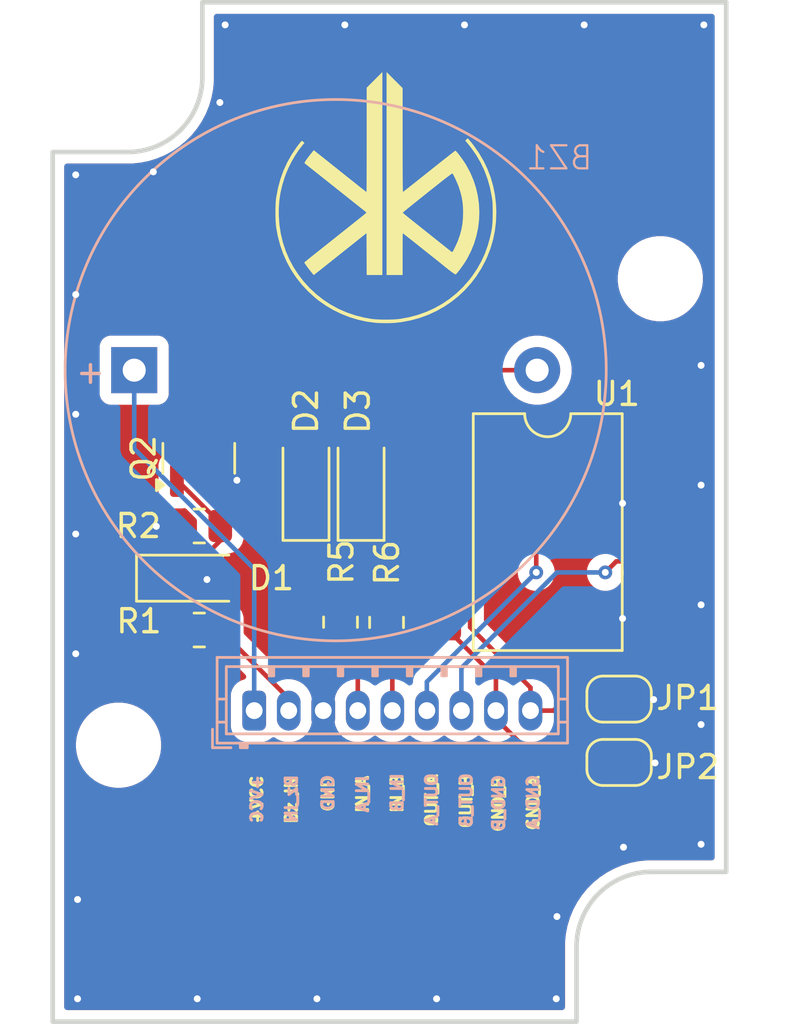
<source format=kicad_pcb>
(kicad_pcb (version 20241229) (generator "pcbnew") (generator_version "9.0")
  (layers (0 "F.Cu" signal) (2 "B.Cu" signal) (13 "F.Paste" user) (15 "B.Paste" user) (5 "F.SilkS" user "F.Silkscreen") (7 "B.SilkS" user "B.Silkscreen") (1 "F.Mask" user) (3 "B.Mask" user) (25 "Edge.Cuts" user))
  (net 0 "")
  (net 1 "Net-(BZ1--)")
  (net 2 "VCC")
  (net 3 "Net-(D1-K)")
  (net 4 "GND")
  (net 5 "Net-(D2-K)")
  (net 6 "Net-(D2-A)")
  (net 7 "Net-(D3-A)")
  (net 8 "Net-(D3-K)")
  (net 9 "/IN_A")
  (net 10 "/IN_B")
  (net 11 "GND1")
  (net 12 "GND2")
  (net 13 "/OUT_A")
  (net 14 "/OUT_B")
  (net 15 "/Buzzer_IN")
  (footprint "Resistor_SMD:R_0805_2012Metric" (layer "F.Cu") (at 46.615 70.25 180)
    (property "Reference" "R1" (at 2.62 0.38 0) (layer "F.SilkS"))
    (property "Value" "1K")
    (fp_line (start -0.227064 0.735) (end 0.227064 0.735) (stroke (width 0.12)) (layer "F.SilkS"))
    (fp_line (start -0.227064 -0.735) (end 0.227064 -0.735) (stroke (width 0.12)) (layer "F.SilkS"))
    (pad "1" smd roundrect (at -0.9125 0 180) (size 1.025 1.4) (layers "F.Cu" "F.Mask" "F.Paste") (roundrect_rratio 0.243902) (net 15 "/Buzzer_IN"))
    (pad "2" smd roundrect (at 0.9125 0 180) (size 1.025 1.4) (layers "F.Cu" "F.Mask" "F.Paste") (roundrect_rratio 0.243902) (net 3 "Net-(D1-K)"))
  )
  (footprint "Jumper:SolderJumper-2_P1.3mm_Open_RoundedPad1.0x1.5mm" (layer "F.Cu") (at 64.85 73.25)
    (property "Reference" "JP1" (at 2.98 -0.05 0) (layer "F.SilkS"))
    (property "Value" "SolderJumper_2_Open")
    (fp_line (start -1.4 0.3) (end -1.4 -0.3) (stroke (width 0.12)) (layer "F.SilkS"))
    (fp_line (start -0.7 -1) (end 0.7 -1) (stroke (width 0.12)) (layer "F.SilkS"))
    (fp_line (start 0.7 1) (end -0.7 1) (stroke (width 0.12)) (layer "F.SilkS"))
    (fp_line (start 1.4 -0.3) (end 1.4 0.3) (stroke (width 0.12)) (layer "F.SilkS"))
    (fp_arc (start -1.4 -0.3) (mid -1.194975 -0.794975) (end -0.7 -1) (stroke (width 0.12)) (layer "F.SilkS"))
    (fp_arc (start -0.7 1) (mid -1.194975 0.794975) (end -1.4 0.3) (stroke (width 0.12)) (layer "F.SilkS"))
    (fp_arc (start 0.7 -1) (mid 1.194975 -0.794975) (end 1.4 -0.3) (stroke (width 0.12)) (layer "F.SilkS"))
    (fp_arc (start 1.4 0.3) (mid 1.194975 0.794975) (end 0.7 1) (stroke (width 0.12)) (layer "F.SilkS"))
    (pad "1" smd custom (at -0.65 0) (size 1 0.5) (layers "F.Cu" "F.Mask") (net 11 "GND1") (options (clearance outline) (anchor rect)) (primitives (gr_circle (center 0 0.25) (end 0.5 0.25) (width 0) (fill yes)) (gr_circle (center 0 -0.25) (end 0.5 -0.25) (width 0) (fill yes)) (gr_poly (pts (xy 0.5 0.75) (xy 0 0.75) (xy 0 -0.75) (xy 0.5 -0.75)) (width 0) (fill yes))))
    (pad "2" smd custom (at 0.65 0) (size 1 0.5) (layers "F.Cu" "F.Mask") (net 4 "GND") (options (clearance outline) (anchor rect)) (primitives (gr_circle (center 0 0.25) (end 0.5 0.25) (width 0) (fill yes)) (gr_circle (center 0 -0.25) (end 0.5 -0.25) (width 0) (fill yes)) (gr_poly (pts (xy 0 0.75) (xy -0.5 0.75) (xy -0.5 -0.75) (xy 0 -0.75)) (width 0) (fill yes))))
  )
  (footprint "MountingHole:MountingHole_3.2mm_M3" (layer "F.Cu") (at 43.11 75.25)
    (property "Reference" "H2" (hide yes))
    (property "Value" "MountingHole")
    (pad "" np_thru_hole circle (at 0 0) (size 3.2 3.2) (drill 3.2) (layers "*.Cu" "*.Mask"))
  )
  (footprint "MountingHole:MountingHole_3.2mm_M3" (layer "F.Cu") (at 66.64 55)
    (property "Reference" "H1" (hide yes))
    (property "Value" "MountingHole")
    (pad "" np_thru_hole circle (at 0 0) (size 3.2 3.2) (drill 3.2) (layers "*.Cu" "*.Mask"))
  )
  (footprint "Diode_SMD:D_SOD-123" (layer "F.Cu") (at 53.6425 64 90)
    (property "Reference" "D3" (at 3.25 -0.1425 90) (layer "F.SilkS"))
    (property "Value" "MMSZ4684-TP")
    (fp_line (start -2.36 -1) (end 1.65 -1) (stroke (width 0.12)) (layer "F.SilkS"))
    (fp_line (start -2.36 -1) (end -2.36 1) (stroke (width 0.12)) (layer "F.SilkS"))
    (fp_line (start -2.36 1) (end 1.65 1) (stroke (width 0.12)) (layer "F.SilkS"))
    (pad "1" smd roundrect (at -1.65 0 90) (size 0.9 1.2) (layers "F.Cu" "F.Mask" "F.Paste") (net 8 "Net-(D3-K)"))
    (pad "2" smd roundrect (at 1.65 0 90) (size 0.9 1.2) (layers "F.Cu" "F.Mask" "F.Paste") (net 7 "Net-(D3-A)"))
  )
  (footprint "Diode_SMD:D_SOD-123" (layer "F.Cu") (at 51.25 64 90)
    (property "Reference" "D2" (at 3.25 0 90) (layer "F.SilkS"))
    (property "Value" "MMSZ4684-TP")
    (fp_line (start -2.36 -1) (end 1.65 -1) (stroke (width 0.12)) (layer "F.SilkS"))
    (fp_line (start -2.36 -1) (end -2.36 1) (stroke (width 0.12)) (layer "F.SilkS"))
    (fp_line (start -2.36 1) (end 1.65 1) (stroke (width 0.12)) (layer "F.SilkS"))
    (pad "1" smd roundrect (at -1.65 0 90) (size 0.9 1.2) (layers "F.Cu" "F.Mask" "F.Paste") (net 5 "Net-(D2-K)"))
    (pad "2" smd roundrect (at 1.65 0 90) (size 0.9 1.2) (layers "F.Cu" "F.Mask" "F.Paste") (net 6 "Net-(D2-A)"))
  )
  (footprint "Package_TO_SOT_SMD:SOT-23" (layer "F.Cu") (at 46.595 62.797543 90)
    (property "Reference" "Q2" (at 0 -2.4 90) (layer "F.SilkS"))
    (property "Value" "MMBT6427")
    (fp_line (start 0 -1.56) (end 0.65 -1.56) (stroke (width 0.12)) (layer "F.SilkS"))
    (fp_line (start 0 -1.56) (end -0.65 -1.56) (stroke (width 0.12)) (layer "F.SilkS"))
    (fp_line (start 0 1.56) (end 0.65 1.56) (stroke (width 0.12)) (layer "F.SilkS"))
    (fp_line (start 0 1.56) (end -0.65 1.56) (stroke (width 0.12)) (layer "F.SilkS"))
    (fp_poly (pts (xy -1.1625 -1.51) (xy -1.4025 -1.84) (xy -0.9225 -1.84) (xy -1.1625 -1.51)) (stroke (width 0.12)) (fill yes) (layer "F.SilkS"))
    (pad "1" smd roundrect (at -0.9375 -0.95 90) (size 1.475 0.6) (layers "F.Cu" "F.Mask" "F.Paste") (net 3 "Net-(D1-K)"))
    (pad "2" smd roundrect (at -0.9375 0.95 90) (size 1.475 0.6) (layers "F.Cu" "F.Mask" "F.Paste") (net 4 "GND"))
    (pad "3" smd roundrect (at 0.9375 0 90) (size 1.475 0.6) (layers "F.Cu" "F.Mask" "F.Paste") (net 1 "Net-(BZ1--)"))
  )
  (footprint "Resistor_SMD:R_0805_2012Metric" (layer "F.Cu") (at 54.75 69.92 -90)
    (property "Reference" "R6" (at -2.59 -0.02 90) (layer "F.SilkS"))
    (property "Value" "4.7K")
    (fp_line (start -0.227064 0.735) (end 0.227064 0.735) (stroke (width 0.12)) (layer "F.SilkS"))
    (fp_line (start -0.227064 -0.735) (end 0.227064 -0.735) (stroke (width 0.12)) (layer "F.SilkS"))
    (pad "1" smd roundrect (at -0.9125 0 270) (size 1.025 1.4) (layers "F.Cu" "F.Mask" "F.Paste") (roundrect_rratio 0.243902) (net 8 "Net-(D3-K)"))
    (pad "2" smd roundrect (at 0.9125 0 270) (size 1.025 1.4) (layers "F.Cu" "F.Mask" "F.Paste") (roundrect_rratio 0.243902) (net 10 "/IN_B"))
  )
  (footprint "Resistor_SMD:R_0805_2012Metric" (layer "F.Cu") (at 52.75 69.91 -90)
    (property "Reference" "R5" (at -2.61 -0.04 90) (layer "F.SilkS"))
    (property "Value" "4.7K")
    (fp_line (start -0.227064 0.735) (end 0.227064 0.735) (stroke (width 0.12)) (layer "F.SilkS"))
    (fp_line (start -0.227064 -0.735) (end 0.227064 -0.735) (stroke (width 0.12)) (layer "F.SilkS"))
    (pad "1" smd roundrect (at -0.9125 0 270) (size 1.025 1.4) (layers "F.Cu" "F.Mask" "F.Paste") (roundrect_rratio 0.243902) (net 5 "Net-(D2-K)"))
    (pad "2" smd roundrect (at 0.9125 0 270) (size 1.025 1.4) (layers "F.Cu" "F.Mask" "F.Paste") (roundrect_rratio 0.243902) (net 9 "/IN_A"))
  )
  (footprint "Package_DIP:SMDIP-8_W9.53mm" (layer "F.Cu") (at 61.75 66)
    (property "Reference" "U1" (at 3 -6 0) (layer "F.SilkS"))
    (property "Value" "LTV-827S")
    (fp_line (start -3.235 -5.14) (end -3.235 5.14) (stroke (width 0.12)) (layer "F.SilkS"))
    (fp_line (start -3.235 5.14) (end 3.235 5.14) (stroke (width 0.12)) (layer "F.SilkS"))
    (fp_line (start -1 -5.14) (end -3.235 -5.14) (stroke (width 0.12)) (layer "F.SilkS"))
    (fp_line (start 3.235 -5.14) (end 1 -5.14) (stroke (width 0.12)) (layer "F.SilkS"))
    (fp_line (start 3.235 5.14) (end 3.235 -5.14) (stroke (width 0.12)) (layer "F.SilkS"))
    (fp_arc (start 1 -5.14) (mid 0 -4.14) (end -1 -5.14) (stroke (width 0.12)) (layer "F.SilkS"))
    (pad "1" smd roundrect (at -4.765 -3.81) (size 2 1.78) (layers "F.Cu" "F.Mask" "F.Paste") (roundrect_rratio 0.140449) (net 6 "Net-(D2-A)"))
    (pad "2" smd roundrect (at -4.765 -1.27) (size 2 1.78) (layers "F.Cu" "F.Mask" "F.Paste") (roundrect_rratio 0.140449) (net 11 "GND1"))
    (pad "3" smd roundrect (at -4.765 1.27) (size 2 1.78) (layers "F.Cu" "F.Mask" "F.Paste") (roundrect_rratio 0.140449) (net 7 "Net-(D3-A)"))
    (pad "4" smd roundrect (at -4.765 3.81) (size 2 1.78) (layers "F.Cu" "F.Mask" "F.Paste") (roundrect_rratio 0.140449) (net 12 "GND2"))
    (pad "5" smd roundrect (at 4.765 3.81) (size 2 1.78) (layers "F.Cu" "F.Mask" "F.Paste") (roundrect_rratio 0.140449) (net 4 "GND"))
    (pad "6" smd roundrect (at 4.765 1.27) (size 2 1.78) (layers "F.Cu" "F.Mask" "F.Paste") (roundrect_rratio 0.140449) (net 14 "/OUT_B"))
    (pad "7" smd roundrect (at 4.765 -1.27) (size 2 1.78) (layers "F.Cu" "F.Mask" "F.Paste") (roundrect_rratio 0.140449) (net 4 "GND"))
    (pad "8" smd roundrect (at 4.765 -3.81) (size 2 1.78) (layers "F.Cu" "F.Mask" "F.Paste") (roundrect_rratio 0.140449) (net 13 "/OUT_A"))
  )
  (footprint "Resistor_SMD:R_0805_2012Metric" (layer "F.Cu") (at 46.615 65.735043)
    (property "Reference" "R2" (at -2.65 0 0) (layer "F.SilkS"))
    (property "Value" "10K")
    (fp_line (start -0.227064 -0.735) (end 0.227064 -0.735) (stroke (width 0.12)) (layer "F.SilkS"))
    (fp_line (start -0.227064 0.735) (end 0.227064 0.735) (stroke (width 0.12)) (layer "F.SilkS"))
    (pad "1" smd roundrect (at -0.9125 0) (size 1.025 1.4) (layers "F.Cu" "F.Mask" "F.Paste") (roundrect_rratio 0.243902) (net 4 "GND"))
    (pad "2" smd roundrect (at 0.9125 0) (size 1.025 1.4) (layers "F.Cu" "F.Mask" "F.Paste") (roundrect_rratio 0.243902) (net 3 "Net-(D1-K)"))
  )
  (footprint "Diode_SMD:D_SOD-123" (layer "F.Cu") (at 46.25 68)
    (property "Reference" "D1" (at 3.5 0 0) (layer "F.SilkS"))
    (property "Value" "MMSZ4684-TP")
    (fp_line (start -2.36 -1) (end -2.36 1) (stroke (width 0.12)) (layer "F.SilkS"))
    (fp_line (start -2.36 -1) (end 1.65 -1) (stroke (width 0.12)) (layer "F.SilkS"))
    (fp_line (start -2.36 1) (end 1.65 1) (stroke (width 0.12)) (layer "F.SilkS"))
    (pad "1" smd roundrect (at -1.65 0) (size 0.9 1.2) (layers "F.Cu" "F.Mask" "F.Paste") (net 3 "Net-(D1-K)"))
    (pad "2" smd roundrect (at 1.65 0) (size 0.9 1.2) (layers "F.Cu" "F.Mask" "F.Paste") (net 4 "GND"))
  )
  (footprint "My_Footprints:bk_logo_10mm" (layer "F.Cu") (at 54.75 51.5)
    (property "Reference" "G***" (hide yes))
    (property "Value" "LOGO" (hide yes))
    (fp_poly (pts (xy -0.182734 3.339045) (xy -0.863549 3.339045) (xy -0.872139 1.525155) (xy -0.963505 1.597179) (xy -0.988289 1.616769) (xy -1.026077 1.646721) (xy -1.077915 1.687869) (xy -1.144851 1.741044) (xy -1.227929 1.807078) (xy -1.328196 1.886804) (xy -1.446699 1.981053) (xy -1.584484 2.090658) (xy -1.742596 2.21645) (xy -1.922082 2.359262) (xy -2.123988 2.519926) (xy -2.34936 2.699273) (xy -2.599245 2.898137) (xy -2.710408 2.986605) (xy -2.815097 3.069751) (xy -2.9114 3.145907) (xy -2.996273 3.212693) (xy -3.066673 3.267728) (xy -3.119557 3.308629) (xy -3.151882 3.333017) (xy -3.160855 3.339045) (xy -3.173947 3.327028) (xy -3.202808 3.294775) (xy -3.242436 3.247981) (xy -3.266605 3.218607) (xy -3.331318 3.137592) (xy -3.394464 3.055649) (xy -3.45272 2.9774) (xy -3.502767 2.907463) (xy -3.541283 2.850459) (xy -3.564949 2.811008) (xy -3.570957 2.795167) (xy -3.558251 2.782124) (xy -3.522557 2.751125) (xy -3.467005 2.704746) (xy -3.39473 2.645562) (xy -3.308864 2.576149) (xy -3.212538 2.499081) (xy -3.161583 2.4586) (xy -3.071918 2.387483) (xy -2.959669 2.298368) (xy -2.828236 2.193962) (xy -2.681021 2.07697) (xy -2.521426 1.950098) (xy -2.352851 1.816051) (xy -2.178698 1.677536) (xy -2.002367 1.537257) (xy -1.827261 1.397921) (xy -1.656781 1.262232) (xy -1.494327 1.132898) (xy -1.343302 1.012622) (xy -1.207105 0.904111) (xy -1.089139 0.81007) (xy -1.067331 0.792677) (xy -1.000786 0.738735) (xy -0.944691 0.691622) (xy -0.903683 0.65536) (xy -0.882399 0.633971) (xy -0.880445 0.630525) (xy -0.892494 0.613806) (xy -0.923464 0.584815) (xy -0.951046 0.562181) (xy -0.978843 0.540259) (xy -1.029568 0.500084) (xy -1.100151 0.444094) (xy -1.187525 0.374726) (xy -1.28862 0.294415) (xy -1.400368 0.205599) (xy -1.5197 0.110715) (xy -1.594768 0.051007) (xy -1.729658 -0.056297) (xy -1.869336 -0.167411) (xy -2.008858 -0.2784) (xy -2.143279 -0.385331) (xy -2.267655 -0.484273) (xy -2.377042 -0.57129) (xy -2.466495 -0.64245) (xy -2.483519 -0.655992) (xy -2.587996 -0.739064) (xy -2.71032 -0.836256) (xy -2.842292 -0.941062) (xy -2.975716 -1.046973) (xy -3.102394 -1.147478) (xy -3.172923 -1.203407) (xy -3.269497 -1.280026) (xy -3.357864 -1.350242) (xy -3.434592 -1.411317) (xy -3.496247 -1.460515) (xy -3.539395 -1.4951) (xy -3.560604 -1.512333) (xy -3.561895 -1.513444) (xy -3.560904 -1.534077) (xy -3.540283 -1.576698) (xy -3.502189 -1.63821) (xy -3.448778 -1.715517) (xy -3.382207 -1.805521) (xy -3.304633 -1.905127) (xy -3.218211 -2.011238) (xy -3.200378 -2.032583) (xy -3.160586 -2.080011) (xy -2.724765 -1.733564) (xy -2.542097 -1.588332) (xy -2.385015 -1.463395) (xy -2.253079 -1.358401) (xy -2.145845 -1.272997) (xy -2.06287 -1.20683) (xy -2.003714 -1.159548) (xy -1.967932 -1.130799) (xy -1.960235 -1.124549) (xy -1.938129 -1.106773) (xy -1.895894 -1.073055) (xy -1.83943 -1.028099) (xy -1.774641 -0.97661) (xy -1.769195 -0.972286) (xy -1.709893 -0.925168) (xy -1.630274 -0.861858) (xy -1.536009 -0.786866) (xy -1.432767 -0.704701) (xy -1.326216 -0.619876) (xy -1.242358 -0.553096) (xy -1.148112 -0.478277) (xy -1.062418 -0.410717) (xy -0.988676 -0.353058) (xy -0.930286 -0.307944) (xy -0.890649 -0.278018) (xy -0.873165 -0.265923) (xy -0.872737 -0.265795) (xy -0.87167 -0.282089) (xy -0.870639 -0.329703) (xy -0.869652 -0.40673) (xy -0.868716 -0.511266) (xy -0.86784 -0.641405) (xy -0.86703 -0.795242) (xy -0.866294 -0.970871) (xy -0.86564 -1.166388) (xy -0.865074 -1.379886) (xy -0.864606 -1.609462) (xy -0.864241 -1.853208) (xy -0.863987 -2.109221) (xy -0.863853 -2.375595) (xy -0.863832 -2.529354) (xy -0.863832 -4.792913) (xy -0.523283 -5.133159) (xy -0.182734 -5.473404)) (fill yes) (layer "F.SilkS"))
    (fp_poly (pts (xy 3.590689 -2.525049) (xy 3.628262 -2.480897) (xy 3.678633 -2.419055) (xy 3.734654 -2.348403) (xy 3.779437 -2.290588) (xy 4.011104 -1.961184) (xy 4.212464 -1.618407) (xy 4.383215 -1.263152) (xy 4.523054 -0.896312) (xy 4.631677 -0.518785) (xy 4.708784 -0.131464) (xy 4.75407 0.264756) (xy 4.767372 0.631262) (xy 4.751828 1.033048) (xy 4.704996 1.424183) (xy 4.626572 1.806006) (xy 4.516255 2.179853) (xy 4.373741 2.547063) (xy 4.295285 2.718292) (xy 4.1088 3.068589) (xy 3.896506 3.398898) (xy 3.659864 3.70821) (xy 3.400333 3.995516) (xy 3.119376 4.259808) (xy 2.818452 4.500077) (xy 2.499023 4.715313) (xy 2.162549 4.904507) (xy 1.810491 5.066652) (xy 1.444309 5.200738) (xy 1.065465 5.305755) (xy 0.67542 5.380696) (xy 0.390386 5.415287) (xy 0.277324 5.422885) (xy 0.14105 5.427577) (xy -0.008554 5.42939) (xy -0.161605 5.428347) (xy -0.308221 5.424473) (xy -0.438518 5.417794) (xy -0.498365 5.413053) (xy -0.873318 5.362023) (xy -1.246431 5.279285) (xy -1.614175 5.16631) (xy -1.973018 5.024572) (xy -2.31943 4.855543) (xy -2.649881 4.660695) (xy -2.960841 4.441501) (xy -3.104596 4.326015) (xy -3.405098 4.053052) (xy -3.678165 3.761442) (xy -3.923545 3.451638) (xy -4.140988 3.124094) (xy -4.330242 2.779261) (xy -4.491058 2.417594) (xy -4.623183 2.039546) (xy -4.726368 1.645569) (xy -4.795315 1.270831) (xy -4.807503 1.163709) (xy -4.816714 1.031238) (xy -4.822946 0.880593) (xy -4.826197 0.718946) (xy -4.826465 0.553472) (xy -4.823747 0.391345) (xy -4.818042 0.239739) (xy -4.809346 0.105828) (xy -4.797659 -0.003215) (xy -4.795704 -0.016612) (xy -4.719164 -0.42154) (xy -4.615412 -0.807981) (xy -4.483876 -1.177298) (xy -4.323989 -1.530854) (xy -4.135179 -1.870011) (xy -3.916876 -2.196132) (xy -3.842993 -2.294968) (xy -3.783015 -2.373009) (xy -3.739342 -2.427626) (xy -3.707846 -2.461595) (xy -3.684399 -2.477691) (xy -3.664873 -2.478688) (xy -3.645139 -2.467362) (xy -3.62107 -2.446488) (xy -3.619581 -2.445156) (xy -3.565242 -2.396604) (xy -3.640902 -2.307164) (xy -3.812371 -2.086326) (xy -3.976348 -1.839728) (xy -4.128777 -1.574657) (xy -4.2656 -1.298401) (xy -4.38276 -1.018245) (xy -4.427344 -0.894722) (xy -4.53127 -0.555957) (xy -4.60718 -0.225147) (xy -4.656268 0.105588) (xy -4.679726 0.444129) (xy -4.679616 0.771862) (xy -4.651342 1.166968) (xy -4.591309 1.553726) (xy -4.500099 1.930776) (xy -4.378296 2.296754) (xy -4.226482 2.6503) (xy -4.04524 2.990052) (xy -3.835152 3.314648) (xy -3.596802 3.622727) (xy -3.339045 3.9046) (xy -3.049057 4.174243) (xy -2.741804 4.415548) (xy -2.417677 4.628317) (xy -2.077067 4.812356) (xy -1.720368 4.96747) (xy -1.347969 5.093461) (xy -0.960264 5.190136) (xy -0.65618 5.243798) (xy -0.538845 5.256968) (xy -0.396365 5.266569) (xy -0.236629 5.272598) (xy -0.067525 5.275053) (xy 0.103058 5.273929) (xy 0.267232 5.269225) (xy 0.41711 5.260938) (xy 0.544802 5.249064) (xy 0.581426 5.244257) (xy 0.979133 5.171062) (xy 1.362927 5.068215) (xy 1.731851 4.936282) (xy 2.084948 4.77583) (xy 2.421261 4.587425) (xy 2.739834 4.371633) (xy 3.039709 4.129021) (xy 3.31993 3.860155) (xy 3.57954 3.565601) (xy 3.716122 3.388882) (xy 3.929707 3.07403) (xy 4.113122 2.749331) (xy 4.26794 2.411405) (xy 4.395734 2.056876) (xy 4.484487 1.73913) (xy 4.520886 1.585256) (xy 4.549638 1.449088) (xy 4.57159 1.323096) (xy 4.587587 1.199748) (xy 4.598478 1.071511) (xy 4.605107 0.930853) (xy 4.608323 0.770242) (xy 4.609003 0.631262) (xy 4.608704 0.488302) (xy 4.607413 0.37211) (xy 4.60477 0.276237) (xy 4.600415 0.194234) (xy 4.593987 0.119651) (xy 4.585127 0.046037) (xy 4.573474 -0.033055) (xy 4.571023 -0.048554) (xy 4.49289 -0.444272) (xy 4.38732 -0.82171) (xy 4.253748 -1.182123) (xy 4.091609 -1.52677) (xy 3.900337 -1.856906) (xy 3.679368 -2.173789) (xy 3.533701 -2.356404) (xy 3.417697 -2.495083) (xy 3.470925 -2.547443) (xy 3.524152 -2.599804)) (fill yes) (layer "F.SilkS"))
    (fp_poly (pts (xy 0.348855 -5.124853) (xy 0.697711 -4.776294) (xy 0.697711 -2.51966) (xy 0.697823 -2.200362) (xy 0.698154 -1.901375) (xy 0.698696 -1.623812) (xy 0.699443 -1.368789) (xy 0.700385 -1.137419) (xy 0.701516 -0.930818) (xy 0.702827 -0.7501) (xy 0.704312 -0.59638) (xy 0.705963 -0.470772) (xy 0.707771 -0.37439) (xy 0.70973 -0.30835) (xy 0.711832 -0.273765) (xy 0.713127 -0.268563) (xy 0.728156 -0.279519) (xy 0.767251 -0.309688) (xy 0.828508 -0.357563) (xy 0.910021 -0.421639) (xy 1.009884 -0.500408) (xy 1.126192 -0.592365) (xy 1.257038 -0.696003) (xy 1.400519 -0.809816) (xy 1.554726 -0.932298) (xy 1.717757 -1.061943) (xy 1.849739 -1.167005) (xy 2.018266 -1.301084) (xy 2.179448 -1.42906) (xy 2.331381 -1.549438) (xy 2.472163 -1.66072) (xy 2.599892 -1.761413) (xy 2.712663 -1.850019) (xy 2.808575 -1.925044) (xy 2.885725 -1.984992) (xy 2.94221 -2.028367) (xy 2.976128 -2.053674) (xy 2.985699 -2.059908) (xy 3.007984 -2.046626) (xy 3.045211 -2.009487) (xy 3.094314 -1.952557) (xy 3.152224 -1.879899) (xy 3.215876 -1.795579) (xy 3.282203 -1.70366) (xy 3.348138 -1.608207) (xy 3.410614 -1.513284) (xy 3.466564 -1.422956) (xy 3.467478 -1.421423) (xy 3.63715 -1.104596) (xy 3.776429 -0.776848) (xy 3.88535 -0.44036) (xy 3.963946 -0.097312) (xy 4.012252 0.250114) (xy 4.030302 0.599739) (xy 4.01813 0.949381) (xy 3.975771 1.29686) (xy 3.903259 1.639995) (xy 3.800628 1.976605) (xy 3.667913 2.304509) (xy 3.505147 2.621527) (xy 3.401199 2.793) (xy 3.346451 2.875597) (xy 3.285801 2.962534) (xy 3.2228 3.049197) (xy 3.161 3.130974) (xy 3.103952 3.203253) (xy 3.055208 3.261421) (xy 3.018317 3.300865) (xy 2.998103 3.316576) (xy 2.979005 3.309347) (xy 2.938572 3.284552) (xy 2.881311 3.245502) (xy 2.811732 3.19551) (xy 2.734343 3.137889) (xy 2.653653 3.07595) (xy 2.574171 3.013005) (xy 2.500404 2.952367) (xy 2.487663 2.941598) (xy 2.463983 2.922175) (xy 2.418621 2.885581) (xy 2.355922 2.835299) (xy 2.280232 2.774808) (xy 2.195893 2.707591) (xy 2.159581 2.678703) (xy 2.081643 2.616722) (xy 1.982401 2.537778) (xy 1.866545 2.445603) (xy 1.738763 2.343929) (xy 1.603746 2.236486) (xy 1.466183 2.127007) (xy 1.330762 2.019222) (xy 1.291458 1.987937) (xy 1.171469 1.892568) (xy 1.059554 1.803889) (xy 0.95837 1.723986) (xy 0.87057 1.654943) (xy 0.798811 1.598842) (xy 0.745747 1.55777) (xy 0.714034 1.533809) (xy 0.705879 1.528319) (xy 0.704346 1.544429) (xy 0.702906 1.590751) (xy 0.701587 1.664272) (xy 0.700417 1.761979) (xy 0.699422 1.880859) (xy 0.698629 2.017901) (xy 0.698066 2.170092) (xy 0.69776 2.334418) (xy 0.697711 2.433682) (xy 0.697711 3.339045) (xy 0 3.339045) (xy 0 0.631896) (xy 0.706017 0.631896) (xy 0.717061 0.645509) (xy 0.750688 0.676135) (xy 0.807639 0.724392) (xy 0.888656 0.790895) (xy 0.994481 0.876259) (xy 1.125856 0.9811) (xy 1.146239 0.997295) (xy 1.185944 1.028863) (xy 1.248338 1.078515) (xy 1.330127 1.143629) (xy 1.428019 1.221579) (xy 1.538721 1.309744) (xy 1.658939 1.405499) (xy 1.785381 1.506221) (xy 1.914753 1.609286) (xy 2.043763 1.712071) (xy 2.169117 1.811953) (xy 2.287523 1.906308) (xy 2.395687 1.992513) (xy 2.490317 2.067944) (xy 2.56812 2.129977) (xy 2.625802 2.17599) (xy 2.64964 2.195022) (xy 2.716095 2.247592) (xy 2.773271 2.291849) (xy 2.816213 2.32403) (xy 2.839967 2.340375) (xy 2.842799 2.341656) (xy 2.861021 2.331128) (xy 2.870042 2.32155) (xy 2.889364 2.291092) (xy 2.918589 2.237072) (xy 2.954382 2.166402) (xy 2.99341 2.085997) (xy 3.032339 2.002767) (xy 3.067836 1.923626) (xy 3.096568 1.855486) (xy 3.104359 1.835644) (xy 3.188422 1.593717) (xy 3.25069 1.361274) (xy 3.292932 1.128532) (xy 3.31692 0.885703) (xy 3.324423 0.623002) (xy 3.32442 0.618978) (xy 3.318176 0.385874) (xy 3.298841 0.172746) (xy 3.264539 -0.031706) (xy 3.213392 -0.23878) (xy 3.146732 -0.450436) (xy 3.117815 -0.529364) (xy 3.082059 -0.618568) (xy 3.042008 -0.712572) (xy 3.000208 -0.805898) (xy 2.959204 -0.893069) (xy 2.92154 -0.968607) (xy 2.889762 -1.027036) (xy 2.866413 -1.062877) (xy 2.85854 -1.070714) (xy 2.84227 -1.06303) (xy 2.803064 -1.036735) (xy 2.743878 -0.994037) (xy 2.667667 -0.937145) (xy 2.577387 -0.868268) (xy 2.475993 -0.789614) (xy 2.366439 -0.703394) (xy 2.355495 -0.694715) (xy 2.081861 -0.477462) (xy 1.834053 -0.280458) (xy 1.611751 -0.103446) (xy 1.414638 0.053829) (xy 1.242397 0.191622) (xy 1.09471 0.310189) (xy 0.971257 0.409787) (xy 0.871723 0.490669) (xy 0.795789 0.553093) (xy 0.743137 0.597313) (xy 0.713448 0.623586) (xy 0.706017 0.631896) (xy 0 0.631896) (xy 0 -5.473412)) (fill yes) (layer "F.SilkS"))
  )
  (footprint "Jumper:SolderJumper-2_P1.3mm_Open_RoundedPad1.0x1.5mm" (layer "F.Cu") (at 64.85 76)
    (property "Reference" "JP2" (at 2.98 0.2 0) (layer "F.SilkS"))
    (property "Value" "SolderJumper_2_Open")
    (fp_line (start -1.4 0.3) (end -1.4 -0.3) (stroke (width 0.12)) (layer "F.SilkS"))
    (fp_line (start -0.7 -1) (end 0.7 -1) (stroke (width 0.12)) (layer "F.SilkS"))
    (fp_line (start 0.7 1) (end -0.7 1) (stroke (width 0.12)) (layer "F.SilkS"))
    (fp_line (start 1.4 -0.3) (end 1.4 0.3) (stroke (width 0.12)) (layer "F.SilkS"))
    (fp_arc (start -1.4 -0.3) (mid -1.194975 -0.794975) (end -0.7 -1) (stroke (width 0.12)) (layer "F.SilkS"))
    (fp_arc (start -0.7 1) (mid -1.194975 0.794975) (end -1.4 0.3) (stroke (width 0.12)) (layer "F.SilkS"))
    (fp_arc (start 0.7 -1) (mid 1.194975 -0.794975) (end 1.4 -0.3) (stroke (width 0.12)) (layer "F.SilkS"))
    (fp_arc (start 1.4 0.3) (mid 1.194975 0.794975) (end 0.7 1) (stroke (width 0.12)) (layer "F.SilkS"))
    (pad "1" smd custom (at -0.65 0) (size 1 0.5) (layers "F.Cu" "F.Mask") (net 12 "GND2") (options (clearance outline) (anchor rect)) (primitives (gr_circle (center 0 0.25) (end 0.5 0.25) (width 0) (fill yes)) (gr_circle (center 0 -0.25) (end 0.5 -0.25) (width 0) (fill yes)) (gr_poly (pts (xy 0.5 0.75) (xy 0 0.75) (xy 0 -0.75) (xy 0.5 -0.75)) (width 0) (fill yes))))
    (pad "2" smd custom (at 0.65 0) (size 1 0.5) (layers "F.Cu" "F.Mask") (net 4 "GND") (options (clearance outline) (anchor rect)) (primitives (gr_circle (center 0 0.25) (end 0.5 0.25) (width 0) (fill yes)) (gr_circle (center 0 -0.25) (end 0.5 -0.25) (width 0) (fill yes)) (gr_poly (pts (xy 0 0.75) (xy -0.5 0.75) (xy -0.5 -0.75) (xy 0 -0.75)) (width 0) (fill yes))))
  )
  (footprint "My_Footprints:ABI-033-RC" (layer "B.Cu") (at 52.54 58.97)
    (property "Reference" "BZ1" (at 9.71 -9.22 0) (layer "B.SilkS") (effects (font (thickness 0.1)) (justify mirror)))
    (property "Value" "ABI-033-RC")
    (fp_circle (center 0 0) (end 11.75 0) (stroke (width 0.12)) (fill no) (layer "B.SilkS"))
    (fp_text user "+" (at -10.65 0.07 180) (layer "B.SilkS") (effects (justify mirror)))
    (pad "1" thru_hole rect (at -8.75 0) (size 2 2) (drill 1) (layers "*.Cu" "*.Mask") (net 2 "VCC"))
    (pad "2" thru_hole circle (at 8.75 0) (size 2 2) (drill 1) (layers "*.Cu" "*.Mask") (net 1 "Net-(BZ1--)"))
  )
  (footprint "Connector_JST:JST_ZH_B9B-ZR_1x09_P1.50mm_Vertical" (layer "B.Cu") (at 49 73.75)
    (property "Reference" "J10" (hide yes))
    (property "Value" "Conn_01x09" (hide yes))
    (fp_line (start -1.81 1.61) (end -1.81 0.81) (stroke (width 0.12)) (layer "B.SilkS"))
    (fp_line (start -1.61 -2.31) (end 13.61 -2.31) (stroke (width 0.12)) (layer "B.SilkS"))
    (fp_line (start -1.61 -0.5) (end -1.21 -0.5) (stroke (width 0.12)) (layer "B.SilkS"))
    (fp_line (start -1.61 0.5) (end -1.21 0.5) (stroke (width 0.12)) (layer "B.SilkS"))
    (fp_line (start -1.61 1.41) (end -1.61 -2.31) (stroke (width 0.12)) (layer "B.SilkS"))
    (fp_line (start -1.21 -1.91) (end 13.21 -1.91) (stroke (width 0.12)) (layer "B.SilkS"))
    (fp_line (start -1.21 1.01) (end -1.21 -1.91) (stroke (width 0.12)) (layer "B.SilkS"))
    (fp_line (start -1.01 1.61) (end -1.81 1.61) (stroke (width 0.12)) (layer "B.SilkS"))
    (fp_line (start -0.6 1.61) (end -0.6 1.41) (stroke (width 0.12)) (layer "B.SilkS"))
    (fp_line (start -0.3 1.41) (end -0.3 1.61) (stroke (width 0.12)) (layer "B.SilkS"))
    (fp_line (start -0.3 1.51) (end -0.6 1.51) (stroke (width 0.12)) (layer "B.SilkS"))
    (fp_line (start -0.3 1.61) (end -0.6 1.61) (stroke (width 0.12)) (layer "B.SilkS"))
    (fp_line (start 0.65 -1.91) (end 0.65 -1.51) (stroke (width 0.12)) (layer "B.SilkS"))
    (fp_line (start 0.65 -1.51) (end 0.85 -1.51) (stroke (width 0.12)) (layer "B.SilkS"))
    (fp_line (start 0.75 -1.91) (end 0.75 -1.51) (stroke (width 0.12)) (layer "B.SilkS"))
    (fp_line (start 0.85 -1.51) (end 0.85 -1.91) (stroke (width 0.12)) (layer "B.SilkS"))
    (fp_line (start 2.15 -1.91) (end 2.15 -1.51) (stroke (width 0.12)) (layer "B.SilkS"))
    (fp_line (start 2.15 -1.51) (end 2.35 -1.51) (stroke (width 0.12)) (layer "B.SilkS"))
    (fp_line (start 2.25 -1.91) (end 2.25 -1.51) (stroke (width 0.12)) (layer "B.SilkS"))
    (fp_line (start 2.35 -1.51) (end 2.35 -1.91) (stroke (width 0.12)) (layer "B.SilkS"))
    (fp_line (start 3.65 -1.91) (end 3.65 -1.51) (stroke (width 0.12)) (layer "B.SilkS"))
    (fp_line (start 3.65 -1.51) (end 3.85 -1.51) (stroke (width 0.12)) (layer "B.SilkS"))
    (fp_line (start 3.75 -1.91) (end 3.75 -1.51) (stroke (width 0.12)) (layer "B.SilkS"))
    (fp_line (start 3.85 -1.51) (end 3.85 -1.91) (stroke (width 0.12)) (layer "B.SilkS"))
    (fp_line (start 5.15 -1.91) (end 5.15 -1.51) (stroke (width 0.12)) (layer "B.SilkS"))
    (fp_line (start 5.15 -1.51) (end 5.35 -1.51) (stroke (width 0.12)) (layer "B.SilkS"))
    (fp_line (start 5.25 -1.91) (end 5.25 -1.51) (stroke (width 0.12)) (layer "B.SilkS"))
    (fp_line (start 5.35 -1.51) (end 5.35 -1.91) (stroke (width 0.12)) (layer "B.SilkS"))
    (fp_line (start 6.65 -1.91) (end 6.65 -1.51) (stroke (width 0.12)) (layer "B.SilkS"))
    (fp_line (start 6.65 -1.51) (end 6.85 -1.51) (stroke (width 0.12)) (layer "B.SilkS"))
    (fp_line (start 6.75 -1.91) (end 6.75 -1.51) (stroke (width 0.12)) (layer "B.SilkS"))
    (fp_line (start 6.85 -1.51) (end 6.85 -1.91) (stroke (width 0.12)) (layer "B.SilkS"))
    (fp_line (start 8.15 -1.91) (end 8.15 -1.51) (stroke (width 0.12)) (layer "B.SilkS"))
    (fp_line (start 8.15 -1.51) (end 8.35 -1.51) (stroke (width 0.12)) (layer "B.SilkS"))
    (fp_line (start 8.25 -1.91) (end 8.25 -1.51) (stroke (width 0.12)) (layer "B.SilkS"))
    (fp_line (start 8.35 -1.51) (end 8.35 -1.91) (stroke (width 0.12)) (layer "B.SilkS"))
    (fp_line (start 9.65 -1.91) (end 9.65 -1.51) (stroke (width 0.12)) (layer "B.SilkS"))
    (fp_line (start 9.65 -1.51) (end 9.85 -1.51) (stroke (width 0.12)) (layer "B.SilkS"))
    (fp_line (start 9.75 -1.91) (end 9.75 -1.51) (stroke (width 0.12)) (layer "B.SilkS"))
    (fp_line (start 9.85 -1.51) (end 9.85 -1.91) (stroke (width 0.12)) (layer "B.SilkS"))
    (fp_line (start 11.15 -1.91) (end 11.15 -1.51) (stroke (width 0.12)) (layer "B.SilkS"))
    (fp_line (start 11.15 -1.51) (end 11.35 -1.51) (stroke (width 0.12)) (layer "B.SilkS"))
    (fp_line (start 11.25 -1.91) (end 11.25 -1.51) (stroke (width 0.12)) (layer "B.SilkS"))
    (fp_line (start 11.35 -1.51) (end 11.35 -1.91) (stroke (width 0.12)) (layer "B.SilkS"))
    (fp_line (start 13.21 -1.91) (end 13.21 1.01) (stroke (width 0.12)) (layer "B.SilkS"))
    (fp_line (start 13.21 1.01) (end -1.21 1.01) (stroke (width 0.12)) (layer "B.SilkS"))
    (fp_line (start 13.61 -2.31) (end 13.61 1.41) (stroke (width 0.12)) (layer "B.SilkS"))
    (fp_line (start 13.61 -0.5) (end 13.21 -0.5) (stroke (width 0.12)) (layer "B.SilkS"))
    (fp_line (start 13.61 0.5) (end 13.21 0.5) (stroke (width 0.12)) (layer "B.SilkS"))
    (fp_line (start 13.61 1.41) (end -1.61 1.41) (stroke (width 0.12)) (layer "B.SilkS"))
    (pad "1" thru_hole roundrect (at 0 0) (size 1.03 1.73) (drill 0.73) (layers "*.Cu" "*.Mask") (roundrect_rratio 0.242718) (net 2 "VCC"))
    (pad "2" thru_hole oval (at 1.5 0) (size 1.03 1.73) (drill 0.73) (layers "*.Cu" "*.Mask") (net 15 "/Buzzer_IN"))
    (pad "3" thru_hole oval (at 3 0) (size 1.03 1.73) (drill 0.73) (layers "*.Cu" "*.Mask") (net 4 "GND"))
    (pad "4" thru_hole oval (at 4.5 0) (size 1.03 1.73) (drill 0.73) (layers "*.Cu" "*.Mask") (net 9 "/IN_A"))
    (pad "5" thru_hole oval (at 6 0) (size 1.03 1.73) (drill 0.73) (layers "*.Cu" "*.Mask") (net 10 "/IN_B"))
    (pad "6" thru_hole oval (at 7.5 0) (size 1.03 1.73) (drill 0.73) (layers "*.Cu" "*.Mask") (net 13 "/OUT_A"))
    (pad "7" thru_hole oval (at 9 0) (size 1.03 1.73) (drill 0.73) (layers "*.Cu" "*.Mask") (net 14 "/OUT_B"))
    (pad "8" thru_hole oval (at 10.5 0) (size 1.03 1.73) (drill 0.73) (layers "*.Cu" "*.Mask") (net 12 "GND2"))
    (pad "9" thru_hole oval (at 12 0) (size 1.03 1.73) (drill 0.73) (layers "*.Cu" "*.Mask") (net 11 "GND1"))
  )
  (gr_line (start 40.25 87.25) (end 40.25 49.5) (stroke (width 0.2)) (layer "Edge.Cuts"))
  (gr_line (start 69.5 80.74967) (end 69.5 43) (stroke (width 0.2)) (layer "Edge.Cuts"))
  (gr_arc (start 46.75033 46.25033) (mid 45.79833 48.54833) (end 43.50033 49.50033) (stroke (width 0.2)) (layer "Edge.Cuts"))
  (gr_line (start 40.25 87.25) (end 63 87.25) (stroke (width 0.2)) (layer "Edge.Cuts"))
  (gr_line (start 69.5 43) (end 46.75 43) (stroke (width 0.2)) (layer "Edge.Cuts"))
  (gr_line (start 46.75 43) (end 46.75 46.25) (stroke (width 0.2)) (layer "Edge.Cuts"))
  (gr_line (start 63 87.25) (end 63 84) (stroke (width 0.2)) (layer "Edge.Cuts"))
  (gr_line (start 66.25 80.74967) (end 69.5 80.74967) (stroke (width 0.2)) (layer "Edge.Cuts"))
  (gr_arc (start 62.99967 83.99967) (mid 63.95167 81.70167) (end 66.24967 80.74967) (stroke (width 0.2)) (layer "Edge.Cuts"))
  (gr_line (start 43.5 49.50033) (end 40.25 49.5) (stroke (width 0.2)) (layer "Edge.Cuts"))
  (gr_text "BK Telematics\nBuzzer - Door Sensor\nVer 2.0" (at 43 85.25 0) (layer "F.Cu") (effects (font (size 1 1) (thickness 0.18) (bold yes)) (justify left bottom)))
  (gr_text "IN_A" (at 54 78.25 90) (layer "F.SilkS") (effects (font (size 0.5 0.5) (thickness 0.125) (bold yes)) (justify left bottom)))
  (gr_text "OUT_A" (at 57 78.845238 90) (layer "F.SilkS") (effects (font (size 0.5 0.5) (thickness 0.125) (bold yes)) (justify left bottom)))
  (gr_text "GND" (at 52.5 78.200477 90) (layer "F.SilkS") (effects (font (size 0.5 0.5) (thickness 0.125) (bold yes)) (justify left bottom)))
  (gr_text "OUT_B" (at 58.5 78.916667 90) (layer "F.SilkS") (effects (font (size 0.5 0.5) (thickness 0.125) (bold yes)) (justify left bottom)))
  (gr_text "GND_A" (at 61.41 79.01 90) (layer "F.SilkS") (effects (font (size 0.5 0.5) (thickness 0.125) (bold yes)) (justify left bottom)))
  (gr_text "+VCC" (at 49.41 78.724286 90) (layer "F.SilkS") (effects (font (size 0.5 0.5) (thickness 0.125) (bold yes)) (justify left bottom)))
  (gr_text "Bz_IN" (at 50.91 78.724286 90) (layer "F.SilkS") (effects (font (size 0.5 0.5) (thickness 0.125) (bold yes)) (justify left bottom)))
  (gr_text "GND_B" (at 59.91 79.081429 90) (layer "F.SilkS") (effects (font (size 0.5 0.5) (thickness 0.125) (bold yes)) (justify left bottom)))
  (gr_text "IN_B" (at 55.5 78.25 90) (layer "F.SilkS") (effects (font (size 0.5 0.5) (thickness 0.125) (bold yes)) (justify left bottom)))
  (gr_text "IN_A" (at 54 76.5 90) (layer "B.SilkS") (effects (font (size 0.5 0.5) (thickness 0.125) (bold yes)) (justify left bottom mirror)))
  (gr_text "GND_A" (at 61.41 76.474286 90) (layer "B.SilkS") (effects (font (size 0.5 0.5) (thickness 0.125) (bold yes)) (justify left bottom mirror)))
  (gr_text "OUT_A" (at 57 76.404762 90) (layer "B.SilkS") (effects (font (size 0.5 0.5) (thickness 0.125) (bold yes)) (justify left bottom mirror)))
  (gr_text "GND" (at 52.5 76.474286 90) (layer "B.SilkS") (effects (font (size 0.5 0.5) (thickness 0.125) (bold yes)) (justify left bottom mirror)))
  (gr_text "IN_B" (at 55.5 76.404762 90) (layer "B.SilkS") (effects (font (size 0.5 0.5) (thickness 0.125) (bold yes)) (justify left bottom mirror)))
  (gr_text "OUT_B" (at 58.5 76.404762 90) (layer "B.SilkS") (effects (font (size 0.5 0.5) (thickness 0.125) (bold yes)) (justify left bottom mirror)))
  (gr_text "+VCC" (at 49.41 76.474286 90) (layer "B.SilkS") (effects (font (size 0.5 0.5) (thickness 0.125) (bold yes)) (justify left bottom mirror)))
  (gr_text "GND_B" (at 59.91 76.474286 90) (layer "B.SilkS") (effects (font (size 0.5 0.5) (thickness 0.125) (bold yes)) (justify left bottom mirror)))
  (gr_text "Bz_IN" (at 50.91 76.474286 90) (layer "B.SilkS") (effects (font (size 0.5 0.5) (thickness 0.125) (bold yes)) (justify left bottom mirror)))
  (segment (start 49.75 58.97) (end 61.29 58.97) (width 0.2) (layer "F.Cu") (net 1))
  (segment (start 46.595 61.860043) (end 46.859957 61.860043) (width 0.2) (layer "F.Cu") (net 1))
  (segment (start 46.859957 61.860043) (end 49.75 58.97) (width 0.2) (layer "F.Cu") (net 1))
  (segment (start 49 73.75) (end 49 67.59) (width 0.2) (layer "B.Cu") (net 2))
  (segment (start 49 67.59) (end 43.79 62.38) (width 0.2) (layer "B.Cu") (net 2))
  (segment (start 43.79 62.38) (end 43.79 58.97) (width 0.2) (layer "B.Cu") (net 2))
  (segment (start 47.5275 66) (end 47.5275 65.735043) (width 0.2) (layer "F.Cu") (net 3))
  (segment (start 44.6 69.65) (end 44.6 68) (width 0.2) (layer "F.Cu") (net 3))
  (segment (start 47.5275 66.3725) (end 47.5275 65.735043) (width 0.2) (layer "F.Cu") (net 3))
  (segment (start 45.7025 70.25) (end 45.2 70.25) (width 0.2) (layer "F.Cu") (net 3))
  (segment (start 47.5275 65.617543) (end 45.645 63.735043) (width 0.2) (layer "F.Cu") (net 3))
  (segment (start 44.6 68) (end 45.63 66.97) (width 0.2) (layer "F.Cu") (net 3))
  (segment (start 47.5275 65.735043) (end 47.5275 65.617543) (width 0.2) (layer "F.Cu") (net 3))
  (segment (start 45.7025 70.25) (end 45.9525 70.25) (width 0.2) (layer "F.Cu") (net 3))
  (segment (start 47.5 66.0275) (end 47.5275 66) (width 0.2) (layer "F.Cu") (net 3))
  (segment (start 45.63 66.97) (end 46.93 66.97) (width 0.2) (layer "F.Cu") (net 3))
  (segment (start 46.93 66.97) (end 47.5275 66.3725) (width 0.2) (layer "F.Cu") (net 3))
  (segment (start 45.2 70.25) (end 44.6 69.65) (width 0.2) (layer "F.Cu") (net 3))
  (segment (start 47.5275 68.0275) (end 47.5 68) (width 0.2) (layer "F.Cu") (net 4))
  (via (at 47.74 43.98) (size 0.6) (drill 0.3) (layers "F.Cu" "B.Cu") (net 4))
  (via (at 44.75 65.75) (size 0.6) (drill 0.3) (layers "F.Cu" "B.Cu") (net 4))
  (via (at 68.41 74.355) (size 0.6) (drill 0.3) (layers "F.Cu" "B.Cu") (net 4))
  (via (at 68.41 58.7625) (size 0.6) (drill 0.3) (layers "F.Cu" "B.Cu") (net 4))
  (via (at 66.35 73.27) (size 0.6) (drill 0.3) (layers "F.Cu" "B.Cu") (net 4))
  (via (at 56.9225 86.26) (size 0.6) (drill 0.3) (layers "F.Cu" "B.Cu") (net 4))
  (via (at 62.15 82.69) (size 0.6) (drill 0.3) (layers "F.Cu" "B.Cu") (net 4))
  (via (at 41.33 81.95) (size 0.6) (drill 0.3) (layers "F.Cu" "B.Cu") (net 4))
  (via (at 47.51 47.35) (size 0.6) (drill 0.3) (layers "F.Cu" "B.Cu") (net 4))
  (via (at 68.41 79.5525) (size 0.6) (drill 0.3) (layers "F.Cu" "B.Cu") (net 4))
  (via (at 48.25 63.75) (size 0.6) (drill 0.3) (layers "F.Cu" "B.Cu") (net 4))
  (via (at 65 69.75) (size 0.6) (drill 0.3) (layers "F.Cu" "B.Cu") (net 4))
  (via (at 46.5275 86.26) (size 0.6) (drill 0.3) (layers "F.Cu" "B.Cu") (net 4))
  (via (at 68.53 43.98) (size 0.6) (drill 0.3) (layers "F.Cu" "B.Cu") (net 4))
  (via (at 46.95 68.06) (size 0.6) (drill 0.3) (layers "F.Cu" "B.Cu") (net 4))
  (via (at 52.9375 43.98) (size 0.6) (drill 0.3) (layers "F.Cu" "B.Cu") (net 4))
  (via (at 62.12 86.26) (size 0.6) (drill 0.3) (layers "F.Cu" "B.Cu") (net 4))
  (via (at 68.41 69.1575) (size 0.6) (drill 0.3) (layers "F.Cu" "B.Cu") (net 4))
  (via (at 63.3325 43.98) (size 0.6) (drill 0.3) (layers "F.Cu" "B.Cu") (net 4))
  (via (at 41.25 66.0825) (size 0.6) (drill 0.3) (layers "F.Cu" "B.Cu") (net 4))
  (via (at 58.135 43.98) (size 0.6) (drill 0.3) (layers "F.Cu" "B.Cu") (net 4))
  (via (at 41.25 71.28) (size 0.6) (drill 0.3) (layers "F.Cu" "B.Cu") (net 4))
  (via (at 41.25 55.6875) (size 0.6) (drill 0.3) (layers "F.Cu" "B.Cu") (net 4))
  (via (at 65 64.75) (size 0.6) (drill 0.3) (layers "F.Cu" "B.Cu") (net 4))
  (via (at 66.41 76.02) (size 0.6) (drill 0.3) (layers "F.Cu" "B.Cu") (net 4))
  (via (at 41.25 50.49) (size 0.6) (drill 0.3) (layers "F.Cu" "B.Cu") (net 4))
  (via (at 51.725 86.26) (size 0.6) (drill 0.3) (layers "F.Cu" "B.Cu") (net 4))
  (via (at 41.33 86.26) (size 0.6) (drill 0.3) (layers "F.Cu" "B.Cu") (net 4))
  (via (at 44.62 50.36) (size 0.6) (drill 0.3) (layers "F.Cu" "B.Cu") (net 4))
  (via (at 41.25 60.885) (size 0.6) (drill 0.3) (layers "F.Cu" "B.Cu") (net 4))
  (via (at 65.04 79.68) (size 0.6) (drill 0.3) (layers "F.Cu" "B.Cu") (net 4))
  (via (at 68.41 63.96) (size 0.6) (drill 0.3) (layers "F.Cu" "B.Cu") (net 4))
  (segment (start 51.25 66.5) (end 52.75 68) (width 0.2) (layer "F.Cu") (net 5))
  (segment (start 52.75 68) (end 52.75 68.9975) (width 0.2) (layer "F.Cu") (net 5))
  (segment (start 51.25 65.65) (end 51.25 66.5) (width 0.2) (layer "F.Cu") (net 5))
  (segment (start 51.25 61.75) (end 51.75 61.25) (width 0.2) (layer "F.Cu") (net 6))
  (segment (start 51.25 62.35) (end 51.25 61.75) (width 0.2) (layer "F.Cu") (net 6))
  (segment (start 51.75 61.25) (end 55 61.25) (width 0.2) (layer "F.Cu") (net 6))
  (segment (start 55 61.25) (end 55.94 62.19) (width 0.2) (layer "F.Cu") (net 6))
  (segment (start 55.94 62.19) (end 56.985 62.19) (width 0.2) (layer "F.Cu") (net 6))
  (segment (start 56.985 67.27) (end 56.985 67.235) (width 0.2) (layer "F.Cu") (net 7))
  (segment (start 55.5 65.75) (end 55.5 63.75) (width 0.2) (layer "F.Cu") (net 7))
  (segment (start 53.6425 62.35) (end 54.1 62.35) (width 0.2) (layer "F.Cu") (net 7))
  (segment (start 54.1 62.35) (end 55.5 63.75) (width 0.2) (layer "F.Cu") (net 7))
  (segment (start 56.985 67.235) (end 55.5 65.75) (width 0.2) (layer "F.Cu") (net 7))
  (segment (start 54.75 69.0075) (end 54.75 67.9575) (width 0.2) (layer "F.Cu") (net 8))
  (segment (start 54.14625 67.35375) (end 53.7925 67) (width 0.2) (layer "F.Cu") (net 8))
  (segment (start 53.6425 65.65) (end 53.6425 66.85) (width 0.2) (layer "F.Cu") (net 8))
  (segment (start 54.75 67.9575) (end 54.14625 67.35375) (width 0.2) (layer "F.Cu") (net 8))
  (segment (start 53.6425 66.85) (end 54.14625 67.35375) (width 0.2) (layer "F.Cu") (net 8))
  (segment (start 53.5 72.25) (end 53.5 73.75) (width 0.2) (layer "F.Cu") (net 9))
  (segment (start 52.75 70.8225) (end 52.75 71.5) (width 0.2) (layer "F.Cu") (net 9))
  (segment (start 52.75 71.5) (end 53.5 72.25) (width 0.2) (layer "F.Cu") (net 9))
  (segment (start 54.75 72) (end 55 72.25) (width 0.2) (layer "F.Cu") (net 10))
  (segment (start 55 72.25) (end 55 73.75) (width 0.2) (layer "F.Cu") (net 10))
  (segment (start 54.75 70.8325) (end 54.75 72) (width 0.2) (layer "F.Cu") (net 10))
  (segment (start 55 73.4) (end 55 73.75) (width 0.2) (layer "B.Cu") (net 10))
  (segment (start 62.5 73.25) (end 64.2 73.25) (width 0.2) (layer "F.Cu") (net 11))
  (segment (start 58.3775 66.1225) (end 56.985 64.73) (width 0.2) (layer "F.Cu") (net 11))
  (segment (start 61 73.75) (end 61 72.75) (width 0.2) (layer "F.Cu") (net 11))
  (segment (start 58.3775 70.1275) (end 58.3775 66.1225) (width 0.2) (layer "F.Cu") (net 11))
  (segment (start 61 73.75) (end 62 73.75) (width 0.2) (layer "F.Cu") (net 11))
  (segment (start 62 73.75) (end 62.5 73.25) (width 0.2) (layer "F.Cu") (net 11))
  (segment (start 61 72.75) (end 58.3775 70.1275) (width 0.2) (layer "F.Cu") (net 11))
  (segment (start 59.5 73.75) (end 59.5 72.325) (width 0.2) (layer "F.Cu") (net 12))
  (segment (start 59.5 73.75) (end 59.5 74.1) (width 0.2) (layer "F.Cu") (net 12))
  (segment (start 59.5 72.325) (end 56.985 69.81) (width 0.2) (layer "F.Cu") (net 12))
  (segment (start 60.9 75.5) (end 63 75.5) (width 0.2) (layer "F.Cu") (net 12))
  (segment (start 59.5 74.1) (end 60.9 75.5) (width 0.2) (layer "F.Cu") (net 12))
  (segment (start 63 75.5) (end 63.5 76) (width 0.2) (layer "F.Cu") (net 12))
  (segment (start 63.5 76) (end 64.2 76) (width 0.2) (layer "F.Cu") (net 12))
  (segment (start 61.25 65.75) (end 61.25 67.75) (width 0.2) (layer "F.Cu") (net 13))
  (segment (start 64.81 62.19) (end 61.25 65.75) (width 0.2) (layer "F.Cu") (net 13))
  (segment (start 66.515 62.19) (end 64.81 62.19) (width 0.2) (layer "F.Cu") (net 13))
  (via (at 61.25 67.75) (size 0.6) (drill 0.3) (layers "F.Cu" "B.Cu") (net 13))
  (segment (start 61.25 67.75) (end 56.5 72.5) (width 0.2) (layer "B.Cu") (net 13))
  (segment (start 56.5 72.5) (end 56.5 73.75) (width 0.2) (layer "B.Cu") (net 13))
  (segment (start 64.73 67.27) (end 64.25 67.75) (width 0.2) (layer "F.Cu") (net 14))
  (segment (start 66.515 67.27) (end 64.73 67.27) (width 0.2) (layer "F.Cu") (net 14))
  (via (at 64.25 67.75) (size 0.6) (drill 0.3) (layers "F.Cu" "B.Cu") (net 14))
  (segment (start 58 71.9) (end 58 73.75) (width 0.2) (layer "B.Cu") (net 14))
  (segment (start 64.25 67.75) (end 62.15 67.75) (width 0.2) (layer "B.Cu") (net 14))
  (segment (start 62.15 67.75) (end 58 71.9) (width 0.2) (layer "B.Cu") (net 14))
  (segment (start 50.5 73.2225) (end 50.5 73.75) (width 0.2) (layer "F.Cu") (net 15))
  (segment (start 47.5275 70.25) (end 50.5 73.2225) (width 0.2) (layer "F.Cu") (net 15))
  (zone (net 4) (net_name "GND") (layers "F.Cu" "B.Cu") (connect_pads yes (clearance 0.5)) (min_thickness 0.25) (fill yes (thermal_gap 0.5) (thermal_bridge_width 0.5))
    (polygon (pts (xy 40.28 87.21) (xy 62.96 87.21) (xy 62.96 83.48) (xy 62.91 83.43) (xy 64.4 81.29) (xy 65.74 80.8) (xy 68.58 80.74) (xy 69.5 80.74) (xy 69.42 43.04) (xy 46.85 43.04) (xy 46.7 47.19) (xy 45.94 48.4) (xy 44.51 49.47) (xy 40.31 49.58)))
  )
)
</source>
